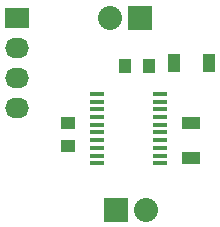
<source format=gts>
G04 #@! TF.FileFunction,Soldermask,Top*
%FSLAX46Y46*%
G04 Gerber Fmt 4.6, Leading zero omitted, Abs format (unit mm)*
G04 Created by KiCad (PCBNEW (2015-05-26 BZR 5680)-product) date 2015 June 16, Tuesday 18:31:44*
%MOMM*%
G01*
G04 APERTURE LIST*
%ADD10C,0.100000*%
%ADD11R,1.000000X1.250000*%
%ADD12R,1.000000X1.600000*%
%ADD13R,1.250000X1.000000*%
%ADD14R,1.600000X1.000000*%
%ADD15R,2.032000X2.032000*%
%ADD16O,2.032000X2.032000*%
%ADD17R,2.032000X1.727200*%
%ADD18O,2.032000X1.727200*%
%ADD19R,1.270000X0.406400*%
G04 APERTURE END LIST*
D10*
D11*
X161782000Y-86868000D03*
X159782000Y-86868000D03*
D12*
X163854000Y-86614000D03*
X166854000Y-86614000D03*
D13*
X154940000Y-91710000D03*
X154940000Y-93710000D03*
D14*
X165354000Y-91718000D03*
X165354000Y-94718000D03*
D15*
X161036000Y-82804000D03*
D16*
X158496000Y-82804000D03*
D17*
X150622000Y-82804000D03*
D18*
X150622000Y-85344000D03*
X150622000Y-87884000D03*
X150622000Y-90424000D03*
D15*
X159004000Y-99060000D03*
D16*
X161544000Y-99060000D03*
D19*
X157353000Y-89281000D03*
X157353000Y-89916000D03*
X157353000Y-90576400D03*
X157353000Y-91236800D03*
X157353000Y-91871800D03*
X157353000Y-92532200D03*
X157353000Y-93192600D03*
X157353000Y-93827600D03*
X157353000Y-94488000D03*
X157353000Y-95123000D03*
X162687000Y-95123000D03*
X162687000Y-94488000D03*
X162687000Y-93827600D03*
X162687000Y-93192600D03*
X162687000Y-92532200D03*
X162687000Y-91871800D03*
X162687000Y-91236800D03*
X162687000Y-90576400D03*
X162687000Y-89916000D03*
X162687000Y-89281000D03*
M02*

</source>
